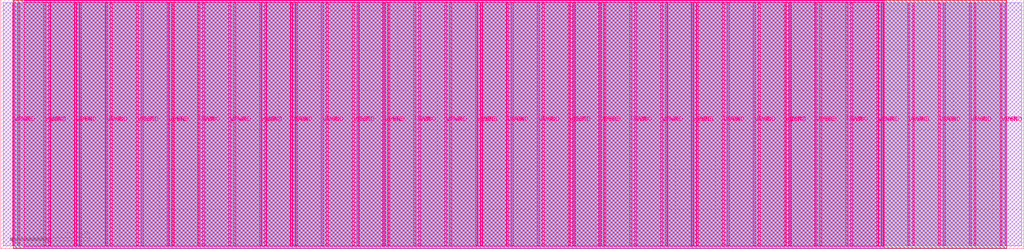
<source format=lef>
VERSION 5.7 ;
  NOWIREEXTENSIONATPIN ON ;
  DIVIDERCHAR "/" ;
  BUSBITCHARS "[]" ;
MACRO tt_um_bilal_trng
  CLASS BLOCK ;
  FOREIGN tt_um_bilal_trng ;
  ORIGIN 0.000 0.000 ;
  SIZE 1289.280 BY 313.740 ;
  PIN VGND
    DIRECTION INOUT ;
    USE GROUND ;
    PORT
      LAYER Metal5 ;
        RECT 21.580 3.560 23.780 310.180 ;
    END
    PORT
      LAYER Metal5 ;
        RECT 60.450 3.560 62.650 310.180 ;
    END
    PORT
      LAYER Metal5 ;
        RECT 99.320 3.560 101.520 310.180 ;
    END
    PORT
      LAYER Metal5 ;
        RECT 138.190 3.560 140.390 310.180 ;
    END
    PORT
      LAYER Metal5 ;
        RECT 177.060 3.560 179.260 310.180 ;
    END
    PORT
      LAYER Metal5 ;
        RECT 215.930 3.560 218.130 310.180 ;
    END
    PORT
      LAYER Metal5 ;
        RECT 254.800 3.560 257.000 310.180 ;
    END
    PORT
      LAYER Metal5 ;
        RECT 293.670 3.560 295.870 310.180 ;
    END
    PORT
      LAYER Metal5 ;
        RECT 332.540 3.560 334.740 310.180 ;
    END
    PORT
      LAYER Metal5 ;
        RECT 371.410 3.560 373.610 310.180 ;
    END
    PORT
      LAYER Metal5 ;
        RECT 410.280 3.560 412.480 310.180 ;
    END
    PORT
      LAYER Metal5 ;
        RECT 449.150 3.560 451.350 310.180 ;
    END
    PORT
      LAYER Metal5 ;
        RECT 488.020 3.560 490.220 310.180 ;
    END
    PORT
      LAYER Metal5 ;
        RECT 526.890 3.560 529.090 310.180 ;
    END
    PORT
      LAYER Metal5 ;
        RECT 565.760 3.560 567.960 310.180 ;
    END
    PORT
      LAYER Metal5 ;
        RECT 604.630 3.560 606.830 310.180 ;
    END
    PORT
      LAYER Metal5 ;
        RECT 643.500 3.560 645.700 310.180 ;
    END
    PORT
      LAYER Metal5 ;
        RECT 682.370 3.560 684.570 310.180 ;
    END
    PORT
      LAYER Metal5 ;
        RECT 721.240 3.560 723.440 310.180 ;
    END
    PORT
      LAYER Metal5 ;
        RECT 760.110 3.560 762.310 310.180 ;
    END
    PORT
      LAYER Metal5 ;
        RECT 798.980 3.560 801.180 310.180 ;
    END
    PORT
      LAYER Metal5 ;
        RECT 837.850 3.560 840.050 310.180 ;
    END
    PORT
      LAYER Metal5 ;
        RECT 876.720 3.560 878.920 310.180 ;
    END
    PORT
      LAYER Metal5 ;
        RECT 915.590 3.560 917.790 310.180 ;
    END
    PORT
      LAYER Metal5 ;
        RECT 954.460 3.560 956.660 310.180 ;
    END
    PORT
      LAYER Metal5 ;
        RECT 993.330 3.560 995.530 310.180 ;
    END
    PORT
      LAYER Metal5 ;
        RECT 1032.200 3.560 1034.400 310.180 ;
    END
    PORT
      LAYER Metal5 ;
        RECT 1071.070 3.560 1073.270 310.180 ;
    END
    PORT
      LAYER Metal5 ;
        RECT 1109.940 3.560 1112.140 310.180 ;
    END
    PORT
      LAYER Metal5 ;
        RECT 1148.810 3.560 1151.010 310.180 ;
    END
    PORT
      LAYER Metal5 ;
        RECT 1187.680 3.560 1189.880 310.180 ;
    END
    PORT
      LAYER Metal5 ;
        RECT 1226.550 3.560 1228.750 310.180 ;
    END
    PORT
      LAYER Metal5 ;
        RECT 1265.420 3.560 1267.620 310.180 ;
    END
  END VGND
  PIN VPWR
    DIRECTION INOUT ;
    USE POWER ;
    PORT
      LAYER Metal5 ;
        RECT 15.380 3.560 17.580 310.180 ;
    END
    PORT
      LAYER Metal5 ;
        RECT 54.250 3.560 56.450 310.180 ;
    END
    PORT
      LAYER Metal5 ;
        RECT 93.120 3.560 95.320 310.180 ;
    END
    PORT
      LAYER Metal5 ;
        RECT 131.990 3.560 134.190 310.180 ;
    END
    PORT
      LAYER Metal5 ;
        RECT 170.860 3.560 173.060 310.180 ;
    END
    PORT
      LAYER Metal5 ;
        RECT 209.730 3.560 211.930 310.180 ;
    END
    PORT
      LAYER Metal5 ;
        RECT 248.600 3.560 250.800 310.180 ;
    END
    PORT
      LAYER Metal5 ;
        RECT 287.470 3.560 289.670 310.180 ;
    END
    PORT
      LAYER Metal5 ;
        RECT 326.340 3.560 328.540 310.180 ;
    END
    PORT
      LAYER Metal5 ;
        RECT 365.210 3.560 367.410 310.180 ;
    END
    PORT
      LAYER Metal5 ;
        RECT 404.080 3.560 406.280 310.180 ;
    END
    PORT
      LAYER Metal5 ;
        RECT 442.950 3.560 445.150 310.180 ;
    END
    PORT
      LAYER Metal5 ;
        RECT 481.820 3.560 484.020 310.180 ;
    END
    PORT
      LAYER Metal5 ;
        RECT 520.690 3.560 522.890 310.180 ;
    END
    PORT
      LAYER Metal5 ;
        RECT 559.560 3.560 561.760 310.180 ;
    END
    PORT
      LAYER Metal5 ;
        RECT 598.430 3.560 600.630 310.180 ;
    END
    PORT
      LAYER Metal5 ;
        RECT 637.300 3.560 639.500 310.180 ;
    END
    PORT
      LAYER Metal5 ;
        RECT 676.170 3.560 678.370 310.180 ;
    END
    PORT
      LAYER Metal5 ;
        RECT 715.040 3.560 717.240 310.180 ;
    END
    PORT
      LAYER Metal5 ;
        RECT 753.910 3.560 756.110 310.180 ;
    END
    PORT
      LAYER Metal5 ;
        RECT 792.780 3.560 794.980 310.180 ;
    END
    PORT
      LAYER Metal5 ;
        RECT 831.650 3.560 833.850 310.180 ;
    END
    PORT
      LAYER Metal5 ;
        RECT 870.520 3.560 872.720 310.180 ;
    END
    PORT
      LAYER Metal5 ;
        RECT 909.390 3.560 911.590 310.180 ;
    END
    PORT
      LAYER Metal5 ;
        RECT 948.260 3.560 950.460 310.180 ;
    END
    PORT
      LAYER Metal5 ;
        RECT 987.130 3.560 989.330 310.180 ;
    END
    PORT
      LAYER Metal5 ;
        RECT 1026.000 3.560 1028.200 310.180 ;
    END
    PORT
      LAYER Metal5 ;
        RECT 1064.870 3.560 1067.070 310.180 ;
    END
    PORT
      LAYER Metal5 ;
        RECT 1103.740 3.560 1105.940 310.180 ;
    END
    PORT
      LAYER Metal5 ;
        RECT 1142.610 3.560 1144.810 310.180 ;
    END
    PORT
      LAYER Metal5 ;
        RECT 1181.480 3.560 1183.680 310.180 ;
    END
    PORT
      LAYER Metal5 ;
        RECT 1220.350 3.560 1222.550 310.180 ;
    END
    PORT
      LAYER Metal5 ;
        RECT 1259.220 3.560 1261.420 310.180 ;
    END
  END VPWR
  PIN clk
    DIRECTION INPUT ;
    USE SIGNAL ;
    ANTENNAGATEAREA 3.863600 ;
    ANTENNADIFFAREA 12.092400 ;
    PORT
      LAYER Metal5 ;
        RECT 187.050 312.740 187.350 313.740 ;
    END
  END clk
  PIN ena
    DIRECTION INPUT ;
    USE SIGNAL ;
    PORT
      LAYER Metal5 ;
        RECT 190.890 312.740 191.190 313.740 ;
    END
  END ena
  PIN rst_n
    DIRECTION INPUT ;
    USE SIGNAL ;
    PORT
      LAYER Metal5 ;
        RECT 183.210 312.740 183.510 313.740 ;
    END
  END rst_n
  PIN ui_in[0]
    DIRECTION INPUT ;
    USE SIGNAL ;
    ANTENNAGATEAREA 0.938600 ;
    PORT
      LAYER Metal5 ;
        RECT 179.370 312.740 179.670 313.740 ;
    END
  END ui_in[0]
  PIN ui_in[1]
    DIRECTION INPUT ;
    USE SIGNAL ;
    ANTENNAGATEAREA 0.180700 ;
    PORT
      LAYER Metal5 ;
        RECT 175.530 312.740 175.830 313.740 ;
    END
  END ui_in[1]
  PIN ui_in[2]
    DIRECTION INPUT ;
    USE SIGNAL ;
    PORT
      LAYER Metal5 ;
        RECT 171.690 312.740 171.990 313.740 ;
    END
  END ui_in[2]
  PIN ui_in[3]
    DIRECTION INPUT ;
    USE SIGNAL ;
    PORT
      LAYER Metal5 ;
        RECT 167.850 312.740 168.150 313.740 ;
    END
  END ui_in[3]
  PIN ui_in[4]
    DIRECTION INPUT ;
    USE SIGNAL ;
    PORT
      LAYER Metal5 ;
        RECT 164.010 312.740 164.310 313.740 ;
    END
  END ui_in[4]
  PIN ui_in[5]
    DIRECTION INPUT ;
    USE SIGNAL ;
    PORT
      LAYER Metal5 ;
        RECT 160.170 312.740 160.470 313.740 ;
    END
  END ui_in[5]
  PIN ui_in[6]
    DIRECTION INPUT ;
    USE SIGNAL ;
    PORT
      LAYER Metal5 ;
        RECT 156.330 312.740 156.630 313.740 ;
    END
  END ui_in[6]
  PIN ui_in[7]
    DIRECTION INPUT ;
    USE SIGNAL ;
    PORT
      LAYER Metal5 ;
        RECT 152.490 312.740 152.790 313.740 ;
    END
  END ui_in[7]
  PIN uio_in[0]
    DIRECTION INPUT ;
    USE SIGNAL ;
    PORT
      LAYER Metal5 ;
        RECT 148.650 312.740 148.950 313.740 ;
    END
  END uio_in[0]
  PIN uio_in[1]
    DIRECTION INPUT ;
    USE SIGNAL ;
    PORT
      LAYER Metal5 ;
        RECT 144.810 312.740 145.110 313.740 ;
    END
  END uio_in[1]
  PIN uio_in[2]
    DIRECTION INPUT ;
    USE SIGNAL ;
    PORT
      LAYER Metal5 ;
        RECT 140.970 312.740 141.270 313.740 ;
    END
  END uio_in[2]
  PIN uio_in[3]
    DIRECTION INPUT ;
    USE SIGNAL ;
    PORT
      LAYER Metal5 ;
        RECT 137.130 312.740 137.430 313.740 ;
    END
  END uio_in[3]
  PIN uio_in[4]
    DIRECTION INPUT ;
    USE SIGNAL ;
    PORT
      LAYER Metal5 ;
        RECT 133.290 312.740 133.590 313.740 ;
    END
  END uio_in[4]
  PIN uio_in[5]
    DIRECTION INPUT ;
    USE SIGNAL ;
    PORT
      LAYER Metal5 ;
        RECT 129.450 312.740 129.750 313.740 ;
    END
  END uio_in[5]
  PIN uio_in[6]
    DIRECTION INPUT ;
    USE SIGNAL ;
    PORT
      LAYER Metal5 ;
        RECT 125.610 312.740 125.910 313.740 ;
    END
  END uio_in[6]
  PIN uio_in[7]
    DIRECTION INPUT ;
    USE SIGNAL ;
    PORT
      LAYER Metal5 ;
        RECT 121.770 312.740 122.070 313.740 ;
    END
  END uio_in[7]
  PIN uio_oe[0]
    DIRECTION OUTPUT ;
    USE SIGNAL ;
    ANTENNADIFFAREA 0.299200 ;
    PORT
      LAYER Metal5 ;
        RECT 56.490 312.740 56.790 313.740 ;
    END
  END uio_oe[0]
  PIN uio_oe[1]
    DIRECTION OUTPUT ;
    USE SIGNAL ;
    ANTENNADIFFAREA 0.299200 ;
    PORT
      LAYER Metal5 ;
        RECT 52.650 312.740 52.950 313.740 ;
    END
  END uio_oe[1]
  PIN uio_oe[2]
    DIRECTION OUTPUT ;
    USE SIGNAL ;
    ANTENNADIFFAREA 0.299200 ;
    PORT
      LAYER Metal5 ;
        RECT 48.810 312.740 49.110 313.740 ;
    END
  END uio_oe[2]
  PIN uio_oe[3]
    DIRECTION OUTPUT ;
    USE SIGNAL ;
    ANTENNADIFFAREA 0.299200 ;
    PORT
      LAYER Metal5 ;
        RECT 44.970 312.740 45.270 313.740 ;
    END
  END uio_oe[3]
  PIN uio_oe[4]
    DIRECTION OUTPUT ;
    USE SIGNAL ;
    ANTENNADIFFAREA 0.299200 ;
    PORT
      LAYER Metal5 ;
        RECT 41.130 312.740 41.430 313.740 ;
    END
  END uio_oe[4]
  PIN uio_oe[5]
    DIRECTION OUTPUT ;
    USE SIGNAL ;
    ANTENNADIFFAREA 0.299200 ;
    PORT
      LAYER Metal5 ;
        RECT 37.290 312.740 37.590 313.740 ;
    END
  END uio_oe[5]
  PIN uio_oe[6]
    DIRECTION OUTPUT ;
    USE SIGNAL ;
    ANTENNADIFFAREA 0.299200 ;
    PORT
      LAYER Metal5 ;
        RECT 33.450 312.740 33.750 313.740 ;
    END
  END uio_oe[6]
  PIN uio_oe[7]
    DIRECTION OUTPUT ;
    USE SIGNAL ;
    ANTENNADIFFAREA 0.299200 ;
    PORT
      LAYER Metal5 ;
        RECT 29.610 312.740 29.910 313.740 ;
    END
  END uio_oe[7]
  PIN uio_out[0]
    DIRECTION OUTPUT ;
    USE SIGNAL ;
    ANTENNADIFFAREA 0.299200 ;
    PORT
      LAYER Metal5 ;
        RECT 87.210 312.740 87.510 313.740 ;
    END
  END uio_out[0]
  PIN uio_out[1]
    DIRECTION OUTPUT ;
    USE SIGNAL ;
    ANTENNADIFFAREA 0.299200 ;
    PORT
      LAYER Metal5 ;
        RECT 83.370 312.740 83.670 313.740 ;
    END
  END uio_out[1]
  PIN uio_out[2]
    DIRECTION OUTPUT ;
    USE SIGNAL ;
    ANTENNADIFFAREA 0.299200 ;
    PORT
      LAYER Metal5 ;
        RECT 79.530 312.740 79.830 313.740 ;
    END
  END uio_out[2]
  PIN uio_out[3]
    DIRECTION OUTPUT ;
    USE SIGNAL ;
    ANTENNADIFFAREA 0.299200 ;
    PORT
      LAYER Metal5 ;
        RECT 75.690 312.740 75.990 313.740 ;
    END
  END uio_out[3]
  PIN uio_out[4]
    DIRECTION OUTPUT ;
    USE SIGNAL ;
    ANTENNADIFFAREA 0.299200 ;
    PORT
      LAYER Metal5 ;
        RECT 71.850 312.740 72.150 313.740 ;
    END
  END uio_out[4]
  PIN uio_out[5]
    DIRECTION OUTPUT ;
    USE SIGNAL ;
    ANTENNADIFFAREA 0.299200 ;
    PORT
      LAYER Metal5 ;
        RECT 68.010 312.740 68.310 313.740 ;
    END
  END uio_out[5]
  PIN uio_out[6]
    DIRECTION OUTPUT ;
    USE SIGNAL ;
    ANTENNADIFFAREA 0.299200 ;
    PORT
      LAYER Metal5 ;
        RECT 64.170 312.740 64.470 313.740 ;
    END
  END uio_out[6]
  PIN uio_out[7]
    DIRECTION OUTPUT ;
    USE SIGNAL ;
    ANTENNADIFFAREA 0.299200 ;
    PORT
      LAYER Metal5 ;
        RECT 60.330 312.740 60.630 313.740 ;
    END
  END uio_out[7]
  PIN uo_out[0]
    DIRECTION OUTPUT ;
    USE SIGNAL ;
    ANTENNADIFFAREA 0.706800 ;
    PORT
      LAYER Metal5 ;
        RECT 117.930 312.740 118.230 313.740 ;
    END
  END uo_out[0]
  PIN uo_out[1]
    DIRECTION OUTPUT ;
    USE SIGNAL ;
    ANTENNADIFFAREA 0.706800 ;
    PORT
      LAYER Metal5 ;
        RECT 114.090 312.740 114.390 313.740 ;
    END
  END uo_out[1]
  PIN uo_out[2]
    DIRECTION OUTPUT ;
    USE SIGNAL ;
    ANTENNADIFFAREA 0.706800 ;
    PORT
      LAYER Metal5 ;
        RECT 110.250 312.740 110.550 313.740 ;
    END
  END uo_out[2]
  PIN uo_out[3]
    DIRECTION OUTPUT ;
    USE SIGNAL ;
    ANTENNADIFFAREA 0.299200 ;
    PORT
      LAYER Metal5 ;
        RECT 106.410 312.740 106.710 313.740 ;
    END
  END uo_out[3]
  PIN uo_out[4]
    DIRECTION OUTPUT ;
    USE SIGNAL ;
    ANTENNADIFFAREA 0.299200 ;
    PORT
      LAYER Metal5 ;
        RECT 102.570 312.740 102.870 313.740 ;
    END
  END uo_out[4]
  PIN uo_out[5]
    DIRECTION OUTPUT ;
    USE SIGNAL ;
    ANTENNADIFFAREA 0.299200 ;
    PORT
      LAYER Metal5 ;
        RECT 98.730 312.740 99.030 313.740 ;
    END
  END uo_out[5]
  PIN uo_out[6]
    DIRECTION OUTPUT ;
    USE SIGNAL ;
    ANTENNADIFFAREA 0.299200 ;
    PORT
      LAYER Metal5 ;
        RECT 94.890 312.740 95.190 313.740 ;
    END
  END uo_out[6]
  PIN uo_out[7]
    DIRECTION OUTPUT ;
    USE SIGNAL ;
    ANTENNADIFFAREA 0.299200 ;
    PORT
      LAYER Metal5 ;
        RECT 91.050 312.740 91.350 313.740 ;
    END
  END uo_out[7]
  OBS
      LAYER GatPoly ;
        RECT 2.880 3.630 1286.400 310.110 ;
      LAYER Metal1 ;
        RECT 2.880 3.560 1286.400 310.180 ;
      LAYER Metal2 ;
        RECT 15.515 0.320 1267.485 313.420 ;
      LAYER Metal3 ;
        RECT 15.560 0.275 1267.440 313.465 ;
      LAYER Metal4 ;
        RECT 15.515 0.320 1267.485 313.000 ;
      LAYER Metal5 ;
        RECT 30.120 312.530 33.240 313.340 ;
        RECT 33.960 312.530 37.080 313.340 ;
        RECT 37.800 312.530 40.920 313.340 ;
        RECT 41.640 312.530 44.760 313.340 ;
        RECT 45.480 312.530 48.600 313.340 ;
        RECT 49.320 312.530 52.440 313.340 ;
        RECT 53.160 312.530 56.280 313.340 ;
        RECT 57.000 312.530 60.120 313.340 ;
        RECT 60.840 312.530 63.960 313.340 ;
        RECT 64.680 312.530 67.800 313.340 ;
        RECT 68.520 312.530 71.640 313.340 ;
        RECT 72.360 312.530 75.480 313.340 ;
        RECT 76.200 312.530 79.320 313.340 ;
        RECT 80.040 312.530 83.160 313.340 ;
        RECT 83.880 312.530 87.000 313.340 ;
        RECT 87.720 312.530 90.840 313.340 ;
        RECT 91.560 312.530 94.680 313.340 ;
        RECT 95.400 312.530 98.520 313.340 ;
        RECT 99.240 312.530 102.360 313.340 ;
        RECT 103.080 312.530 106.200 313.340 ;
        RECT 106.920 312.530 110.040 313.340 ;
        RECT 110.760 312.530 113.880 313.340 ;
        RECT 114.600 312.530 117.720 313.340 ;
        RECT 118.440 312.530 121.560 313.340 ;
        RECT 122.280 312.530 125.400 313.340 ;
        RECT 126.120 312.530 129.240 313.340 ;
        RECT 129.960 312.530 133.080 313.340 ;
        RECT 133.800 312.530 136.920 313.340 ;
        RECT 137.640 312.530 140.760 313.340 ;
        RECT 141.480 312.530 144.600 313.340 ;
        RECT 145.320 312.530 148.440 313.340 ;
        RECT 149.160 312.530 152.280 313.340 ;
        RECT 153.000 312.530 156.120 313.340 ;
        RECT 156.840 312.530 159.960 313.340 ;
        RECT 160.680 312.530 163.800 313.340 ;
        RECT 164.520 312.530 167.640 313.340 ;
        RECT 168.360 312.530 171.480 313.340 ;
        RECT 172.200 312.530 175.320 313.340 ;
        RECT 176.040 312.530 179.160 313.340 ;
        RECT 179.880 312.530 183.000 313.340 ;
        RECT 183.720 312.530 186.840 313.340 ;
        RECT 187.560 312.530 190.680 313.340 ;
        RECT 191.400 312.530 1113.220 313.340 ;
        RECT 29.660 310.390 1113.220 312.530 ;
        RECT 29.660 3.350 54.040 310.390 ;
        RECT 56.660 3.350 60.240 310.390 ;
        RECT 62.860 3.350 92.910 310.390 ;
        RECT 95.530 3.350 99.110 310.390 ;
        RECT 101.730 3.350 131.780 310.390 ;
        RECT 134.400 3.350 137.980 310.390 ;
        RECT 140.600 3.350 170.650 310.390 ;
        RECT 173.270 3.350 176.850 310.390 ;
        RECT 179.470 3.350 209.520 310.390 ;
        RECT 212.140 3.350 215.720 310.390 ;
        RECT 218.340 3.350 248.390 310.390 ;
        RECT 251.010 3.350 254.590 310.390 ;
        RECT 257.210 3.350 287.260 310.390 ;
        RECT 289.880 3.350 293.460 310.390 ;
        RECT 296.080 3.350 326.130 310.390 ;
        RECT 328.750 3.350 332.330 310.390 ;
        RECT 334.950 3.350 365.000 310.390 ;
        RECT 367.620 3.350 371.200 310.390 ;
        RECT 373.820 3.350 403.870 310.390 ;
        RECT 406.490 3.350 410.070 310.390 ;
        RECT 412.690 3.350 442.740 310.390 ;
        RECT 445.360 3.350 448.940 310.390 ;
        RECT 451.560 3.350 481.610 310.390 ;
        RECT 484.230 3.350 487.810 310.390 ;
        RECT 490.430 3.350 520.480 310.390 ;
        RECT 523.100 3.350 526.680 310.390 ;
        RECT 529.300 3.350 559.350 310.390 ;
        RECT 561.970 3.350 565.550 310.390 ;
        RECT 568.170 3.350 598.220 310.390 ;
        RECT 600.840 3.350 604.420 310.390 ;
        RECT 607.040 3.350 637.090 310.390 ;
        RECT 639.710 3.350 643.290 310.390 ;
        RECT 645.910 3.350 675.960 310.390 ;
        RECT 678.580 3.350 682.160 310.390 ;
        RECT 684.780 3.350 714.830 310.390 ;
        RECT 717.450 3.350 721.030 310.390 ;
        RECT 723.650 3.350 753.700 310.390 ;
        RECT 756.320 3.350 759.900 310.390 ;
        RECT 762.520 3.350 792.570 310.390 ;
        RECT 795.190 3.350 798.770 310.390 ;
        RECT 801.390 3.350 831.440 310.390 ;
        RECT 834.060 3.350 837.640 310.390 ;
        RECT 840.260 3.350 870.310 310.390 ;
        RECT 872.930 3.350 876.510 310.390 ;
        RECT 879.130 3.350 909.180 310.390 ;
        RECT 911.800 3.350 915.380 310.390 ;
        RECT 918.000 3.350 948.050 310.390 ;
        RECT 950.670 3.350 954.250 310.390 ;
        RECT 956.870 3.350 986.920 310.390 ;
        RECT 989.540 3.350 993.120 310.390 ;
        RECT 995.740 3.350 1025.790 310.390 ;
        RECT 1028.410 3.350 1031.990 310.390 ;
        RECT 1034.610 3.350 1064.660 310.390 ;
        RECT 1067.280 3.350 1070.860 310.390 ;
        RECT 1073.480 3.350 1103.530 310.390 ;
        RECT 1106.150 3.350 1109.730 310.390 ;
        RECT 1112.350 3.350 1113.220 310.390 ;
        RECT 29.660 0.695 1113.220 3.350 ;
  END
END tt_um_bilal_trng
END LIBRARY


</source>
